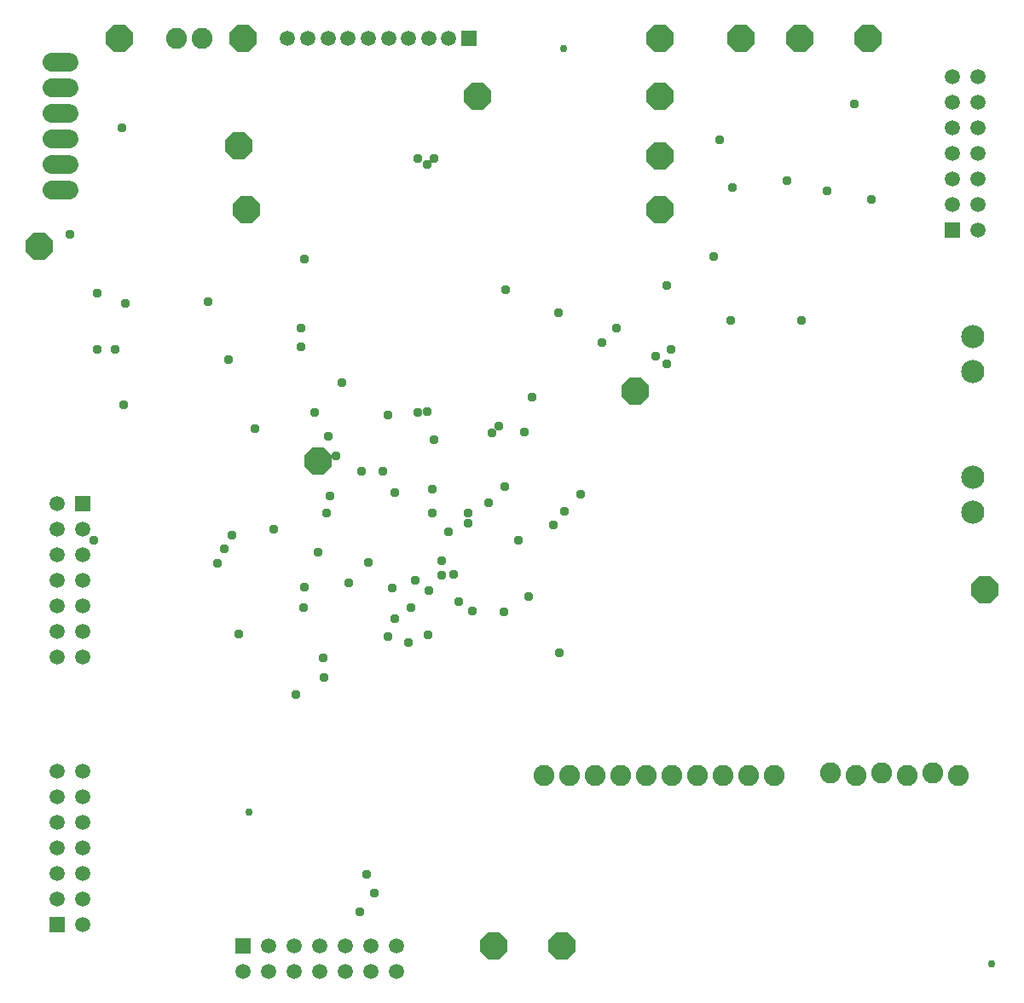
<source format=gbr>
G04 EAGLE Gerber RS-274X export*
G75*
%MOMM*%
%FSLAX34Y34*%
%LPD*%
%INSoldermask Bottom*%
%IPPOS*%
%AMOC8*
5,1,8,0,0,1.08239X$1,22.5*%
G01*
%ADD10C,0.753200*%
%ADD11P,2.969212X8X22.500000*%
%ADD12C,2.303200*%
%ADD13R,1.511200X1.511200*%
%ADD14C,1.511200*%
%ADD15C,2.082800*%
%ADD16C,1.879600*%
%ADD17C,0.959600*%


D10*
X969010Y40640D03*
X543560Y949960D03*
X231140Y191770D03*
D11*
X640000Y960000D03*
D12*
X950000Y524400D03*
X950000Y489400D03*
X950000Y664100D03*
X950000Y629100D03*
D11*
X640000Y790000D03*
X102600Y960000D03*
D13*
X41400Y79800D03*
D14*
X41400Y105200D03*
X41400Y130600D03*
X41400Y156000D03*
X41400Y181400D03*
X41400Y206800D03*
X41400Y232200D03*
X66800Y79800D03*
X66800Y105200D03*
X66800Y130600D03*
X66800Y156000D03*
X66800Y181400D03*
X66800Y206800D03*
X66800Y232200D03*
D15*
X936100Y228000D03*
X910700Y230540D03*
X885300Y228000D03*
X859900Y230540D03*
X834500Y228000D03*
X809100Y230540D03*
D13*
X225800Y58600D03*
D14*
X251200Y58600D03*
X276600Y58600D03*
X302000Y58600D03*
X327400Y58600D03*
X352800Y58600D03*
X378200Y58600D03*
X225800Y33200D03*
X251200Y33200D03*
X276600Y33200D03*
X302000Y33200D03*
X327400Y33200D03*
X352800Y33200D03*
X378200Y33200D03*
D11*
X474200Y58600D03*
X720000Y960000D03*
X615000Y610000D03*
X778800Y960000D03*
X962600Y412800D03*
X542500Y58600D03*
D16*
X52982Y809300D02*
X36218Y809300D01*
X36218Y834700D02*
X52982Y834700D01*
X52982Y860100D02*
X36218Y860100D01*
X36218Y885500D02*
X52982Y885500D01*
X52982Y910900D02*
X36218Y910900D01*
X36218Y936300D02*
X52982Y936300D01*
D15*
X160000Y960000D03*
X185400Y960000D03*
D13*
X66800Y498200D03*
D14*
X66800Y472800D03*
X66800Y447400D03*
X66800Y422000D03*
X66800Y396600D03*
X66800Y371200D03*
X66800Y345800D03*
X41400Y498200D03*
X41400Y472800D03*
X41400Y447400D03*
X41400Y422000D03*
X41400Y396600D03*
X41400Y371200D03*
X41400Y345800D03*
D13*
X930000Y769800D03*
D14*
X930000Y795200D03*
X930000Y820600D03*
X930000Y846000D03*
X930000Y871400D03*
X930000Y896800D03*
X930000Y922200D03*
X955400Y769800D03*
X955400Y795200D03*
X955400Y820600D03*
X955400Y846000D03*
X955400Y871400D03*
X955400Y896800D03*
X955400Y922200D03*
D15*
X752800Y228000D03*
X727400Y228000D03*
X702000Y228000D03*
X676600Y228000D03*
X651200Y228000D03*
X625800Y228000D03*
X600400Y228000D03*
X575000Y228000D03*
X549600Y228000D03*
X524200Y228000D03*
D11*
X221800Y853600D03*
X229000Y790000D03*
X640000Y902800D03*
X846000Y960000D03*
X640000Y843600D03*
X225500Y960000D03*
X300000Y540000D03*
X458500Y902800D03*
X23400Y753600D03*
D13*
X450000Y960000D03*
D14*
X430000Y960000D03*
X410000Y960000D03*
X390000Y960000D03*
X370000Y960000D03*
X350000Y960000D03*
X330000Y960000D03*
X310000Y960000D03*
X290000Y960000D03*
X270000Y960000D03*
D17*
X77216Y461264D03*
X300000Y450000D03*
X350000Y440000D03*
X534000Y477000D03*
X540000Y350000D03*
X440000Y400860D03*
X390000Y360000D03*
X330200Y419608D03*
X410464Y412000D03*
X105664Y871474D03*
X423000Y426720D03*
X396900Y422000D03*
X374000Y414400D03*
X53528Y765528D03*
X343408Y530352D03*
X310040Y564736D03*
X509016Y405704D03*
X311912Y505968D03*
X409000Y368000D03*
X430000Y470000D03*
X453000Y391000D03*
X399288Y588264D03*
X399288Y841248D03*
X408432Y589280D03*
X408432Y835152D03*
X415544Y561848D03*
X415544Y841248D03*
X504792Y568960D03*
X692912Y743712D03*
X646176Y637032D03*
X485648Y515112D03*
X850000Y800000D03*
X780000Y680000D03*
X710000Y680000D03*
X513000Y603504D03*
X646552Y715104D03*
X479552Y575056D03*
X538640Y688000D03*
X711200Y811784D03*
X472440Y567944D03*
X486664Y710184D03*
X765688Y818896D03*
X364744Y530352D03*
X323944Y618536D03*
X635000Y644144D03*
X376080Y508856D03*
X283464Y653664D03*
X832640Y895096D03*
X191008Y699008D03*
X211008Y640936D03*
X414000Y512224D03*
X286512Y740664D03*
X650240Y651256D03*
X108712Y696976D03*
X98712Y650936D03*
X413512Y488696D03*
X283464Y672592D03*
X582168Y658368D03*
X369824Y586232D03*
X81120Y706976D03*
X81120Y650936D03*
X308864Y488696D03*
X237744Y572864D03*
X596392Y672592D03*
X699168Y859536D03*
X561304Y507304D03*
X544512Y490352D03*
X296672Y588264D03*
X106680Y596392D03*
X805688Y808736D03*
X392176Y395000D03*
X286000Y395000D03*
X286192Y414848D03*
X422656Y441470D03*
X318008Y545592D03*
X484632Y390304D03*
X278384Y308008D03*
X369824Y365760D03*
X305496Y345120D03*
X434848Y428000D03*
X375920Y384048D03*
X221488Y368808D03*
X499000Y461800D03*
X469392Y498856D03*
X449072Y488696D03*
X449072Y478950D03*
X305656Y325120D03*
X214376Y466344D03*
X207264Y453136D03*
X200152Y438912D03*
X256032Y472440D03*
X341376Y92136D03*
X348488Y130048D03*
X355600Y111280D03*
M02*

</source>
